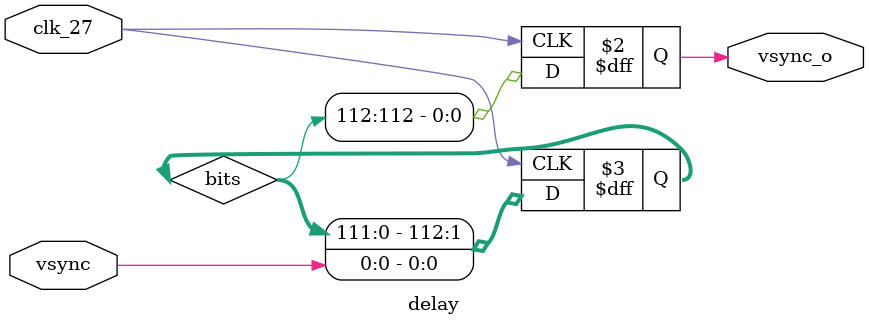
<source format=v>
`timescale 1ns / 1ps


module delay( 
clk_27,
vsync,
vsync_o
);
input clk_27;
input wire vsync;
output reg vsync_o;

reg[112:0] bits; //Delay for 112 clk cycles corresponding to about 1 SPI clk cycle

always @ (posedge clk_27)
begin
    vsync_o <= bits[112];
    bits <= {bits[111:0], vsync};
end //always

endmodule
</source>
